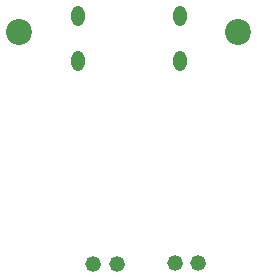
<source format=gbr>
%TF.GenerationSoftware,KiCad,Pcbnew,7.0.10-1.fc38*%
%TF.CreationDate,2024-02-18T19:40:33+00:00*%
%TF.ProjectId,usbc_power_supply_2,75736263-5f70-46f7-9765-725f73757070,rev?*%
%TF.SameCoordinates,Original*%
%TF.FileFunction,Soldermask,Bot*%
%TF.FilePolarity,Negative*%
%FSLAX46Y46*%
G04 Gerber Fmt 4.6, Leading zero omitted, Abs format (unit mm)*
G04 Created by KiCad (PCBNEW 7.0.10-1.fc38) date 2024-02-18 19:40:33*
%MOMM*%
%LPD*%
G01*
G04 APERTURE LIST*
%ADD10C,1.320800*%
%ADD11O,1.117600X1.701800*%
%ADD12C,0.762000*%
%ADD13C,2.200000*%
G04 APERTURE END LIST*
D10*
%TO.C,J2*%
X118406601Y-122845100D03*
X116406599Y-122845100D03*
%TD*%
%TO.C,J3*%
X109526599Y-122875100D03*
X111526601Y-122875100D03*
%TD*%
D11*
%TO.C,J1*%
X108250000Y-101950000D03*
X108250000Y-105750000D03*
X116890004Y-105750000D03*
X116890004Y-101950000D03*
D12*
X116890004Y-101950000D03*
%TD*%
D13*
%TO.C,H2*%
X103250000Y-103250000D03*
%TD*%
%TO.C,H1*%
X121750000Y-103250000D03*
%TD*%
M02*

</source>
